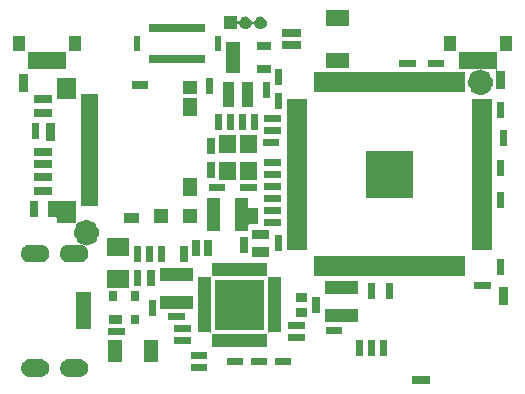
<source format=gts>
G04 #@! TF.GenerationSoftware,KiCad,Pcbnew,5.1.5+dfsg1-2build2*
G04 #@! TF.CreationDate,2021-07-27T21:48:52+02:00*
G04 #@! TF.ProjectId,FunKey,46756e4b-6579-42e6-9b69-6361645f7063,F*
G04 #@! TF.SameCoordinates,Original*
G04 #@! TF.FileFunction,Soldermask,Top*
G04 #@! TF.FilePolarity,Negative*
%FSLAX46Y46*%
G04 Gerber Fmt 4.6, Leading zero omitted, Abs format (unit mm)*
G04 Created by KiCad (PCBNEW 5.1.5+dfsg1-2build2) date 2021-07-27 21:48:52*
%MOMM*%
%LPD*%
G04 APERTURE LIST*
%ADD10C,1.100000*%
%ADD11C,0.127000*%
G04 APERTURE END LIST*
D10*
X116196200Y-50393600D02*
G75*
G03X116196200Y-50393600I-550000J0D01*
G01*
X82846000Y-63119000D02*
G75*
G03X82846000Y-63119000I-550000J0D01*
G01*
D11*
G36*
X109950000Y-56166000D02*
G01*
X105950000Y-56166000D01*
X105950000Y-60166000D01*
X109950000Y-60166000D01*
X109950000Y-56166000D01*
G37*
G36*
X93150000Y-67115000D02*
G01*
X93150000Y-71315000D01*
X97350000Y-71315000D01*
X97350000Y-67115000D01*
X93150000Y-67115000D01*
G37*
G36*
X80800000Y-64173000D02*
G01*
X81700000Y-64173000D01*
X81881173Y-64196852D01*
X82050000Y-64266782D01*
X82194975Y-64378025D01*
X82306218Y-64523000D01*
X82400000Y-64873000D01*
X82376148Y-65054173D01*
X82306218Y-65223000D01*
X82194975Y-65367975D01*
X82050000Y-65479218D01*
X81881173Y-65549148D01*
X81700000Y-65573000D01*
X80800000Y-65573000D01*
X80618827Y-65549148D01*
X80450000Y-65479218D01*
X80305025Y-65367975D01*
X80193782Y-65223000D01*
X80123852Y-65054173D01*
X80100000Y-64873000D01*
X80123852Y-64691827D01*
X80193782Y-64523000D01*
X80305025Y-64378025D01*
X80450000Y-64266782D01*
X80800000Y-64173000D01*
G37*
G36*
X80800000Y-73873000D02*
G01*
X81700000Y-73873000D01*
X81881173Y-73896852D01*
X82050000Y-73966782D01*
X82194975Y-74078025D01*
X82306218Y-74223000D01*
X82400000Y-74573000D01*
X82376148Y-74754173D01*
X82306218Y-74923000D01*
X82194975Y-75067975D01*
X82050000Y-75179218D01*
X81881173Y-75249148D01*
X81700000Y-75273000D01*
X80800000Y-75273000D01*
X80618827Y-75249148D01*
X80450000Y-75179218D01*
X80305025Y-75067975D01*
X80193782Y-74923000D01*
X80123852Y-74754173D01*
X80100000Y-74573000D01*
X80123852Y-74391827D01*
X80193782Y-74223000D01*
X80305025Y-74078025D01*
X80450000Y-73966782D01*
X80800000Y-73873000D01*
G37*
G36*
X77500000Y-64173000D02*
G01*
X78400000Y-64173000D01*
X78399999Y-64173000D01*
X78581172Y-64196852D01*
X78749999Y-64266782D01*
X78894974Y-64378025D01*
X79006217Y-64523000D01*
X79100000Y-64873000D01*
X79100000Y-64872999D01*
X79076148Y-65054173D01*
X79006218Y-65223000D01*
X78894975Y-65367975D01*
X78750000Y-65479218D01*
X78581174Y-65549149D01*
X78400000Y-65573000D01*
X77500000Y-65573000D01*
X77318827Y-65549148D01*
X77150000Y-65479218D01*
X77005025Y-65367975D01*
X76893782Y-65223000D01*
X76823852Y-65054173D01*
X76800000Y-64873000D01*
X76823852Y-64691827D01*
X76893782Y-64523000D01*
X77005025Y-64378025D01*
X77150000Y-64266782D01*
X77500000Y-64173000D01*
G37*
G36*
X77500000Y-73873000D02*
G01*
X78400000Y-73873000D01*
X78399999Y-73873000D01*
X78581172Y-73896852D01*
X78749999Y-73966782D01*
X78894974Y-74078025D01*
X79006217Y-74223000D01*
X79100000Y-74573000D01*
X79100000Y-74572999D01*
X79076148Y-74754173D01*
X79006218Y-74923000D01*
X78894975Y-75067975D01*
X78750000Y-75179218D01*
X78581174Y-75249149D01*
X78400000Y-75273000D01*
X77500000Y-75273000D01*
X77318827Y-75249148D01*
X77150000Y-75179218D01*
X77005025Y-75067975D01*
X76893782Y-74923000D01*
X76823852Y-74754173D01*
X76800000Y-74573000D01*
X76823852Y-74391827D01*
X76893782Y-74223000D01*
X77005025Y-74078025D01*
X77150000Y-73966782D01*
X77500000Y-73873000D01*
G37*
G36*
X111367800Y-75915800D02*
G01*
X109866200Y-75915800D01*
X109866200Y-75214200D01*
X111367800Y-75214200D01*
X111367800Y-75915800D01*
G37*
G36*
X81792029Y-73827632D02*
G01*
X81847182Y-73833064D01*
X81988709Y-73875996D01*
X81988711Y-73875997D01*
X82119139Y-73945712D01*
X82119141Y-73945713D01*
X82119140Y-73945713D01*
X82233464Y-74039536D01*
X82327287Y-74153860D01*
X82397004Y-74284291D01*
X82439936Y-74425818D01*
X82439936Y-74425819D01*
X82454432Y-74573000D01*
X82439936Y-74720181D01*
X82397003Y-74861711D01*
X82327288Y-74992139D01*
X82233464Y-75106464D01*
X82119139Y-75200288D01*
X82093111Y-75214200D01*
X81988709Y-75270004D01*
X81847182Y-75312936D01*
X81736878Y-75323800D01*
X80763122Y-75323800D01*
X80652818Y-75312936D01*
X80511291Y-75270004D01*
X80406889Y-75214200D01*
X80380861Y-75200288D01*
X80266536Y-75106464D01*
X80172712Y-74992139D01*
X80102997Y-74861711D01*
X80060064Y-74720181D01*
X80045568Y-74573000D01*
X80060064Y-74425819D01*
X80060064Y-74425818D01*
X80102996Y-74284291D01*
X80172713Y-74153860D01*
X80266536Y-74039536D01*
X80380860Y-73945713D01*
X80380859Y-73945713D01*
X80380861Y-73945712D01*
X80511289Y-73875997D01*
X80511291Y-73875996D01*
X80652818Y-73833064D01*
X80707971Y-73827632D01*
X80763122Y-73822200D01*
X81736878Y-73822200D01*
X81792029Y-73827632D01*
G37*
G36*
X78492029Y-73827632D02*
G01*
X78547182Y-73833064D01*
X78688709Y-73875996D01*
X78688711Y-73875997D01*
X78819139Y-73945712D01*
X78819141Y-73945713D01*
X78819140Y-73945713D01*
X78933464Y-74039536D01*
X79027287Y-74153860D01*
X79097004Y-74284291D01*
X79139936Y-74425818D01*
X79139936Y-74425819D01*
X79154432Y-74573000D01*
X79139936Y-74720181D01*
X79097003Y-74861711D01*
X79027288Y-74992139D01*
X78933464Y-75106464D01*
X78819139Y-75200288D01*
X78793111Y-75214200D01*
X78688709Y-75270004D01*
X78547182Y-75312936D01*
X78436878Y-75323800D01*
X77463122Y-75323800D01*
X77352818Y-75312936D01*
X77211291Y-75270004D01*
X77106889Y-75214200D01*
X77080861Y-75200288D01*
X76966536Y-75106464D01*
X76872712Y-74992139D01*
X76802997Y-74861711D01*
X76760064Y-74720181D01*
X76745568Y-74573000D01*
X76760064Y-74425819D01*
X76760064Y-74425818D01*
X76802996Y-74284291D01*
X76872713Y-74153860D01*
X76966536Y-74039536D01*
X77080860Y-73945713D01*
X77080859Y-73945713D01*
X77080861Y-73945712D01*
X77211289Y-73875997D01*
X77211291Y-73875996D01*
X77352818Y-73833064D01*
X77407971Y-73827632D01*
X77463122Y-73822200D01*
X78436878Y-73822200D01*
X78492029Y-73827632D01*
G37*
G36*
X92506800Y-74853800D02*
G01*
X91135200Y-74853800D01*
X91135200Y-74244200D01*
X92506800Y-74244200D01*
X92506800Y-74853800D01*
G37*
G36*
X99618800Y-74345800D02*
G01*
X98247200Y-74345800D01*
X98247200Y-73736200D01*
X99618800Y-73736200D01*
X99618800Y-74345800D01*
G37*
G36*
X97586800Y-74345800D02*
G01*
X96215200Y-74345800D01*
X96215200Y-73736200D01*
X97586800Y-73736200D01*
X97586800Y-74345800D01*
G37*
G36*
X95554800Y-74345800D02*
G01*
X94183200Y-74345800D01*
X94183200Y-73736200D01*
X95554800Y-73736200D01*
X95554800Y-74345800D01*
G37*
G36*
X88379300Y-74091800D02*
G01*
X87134700Y-74091800D01*
X87134700Y-72212200D01*
X88379300Y-72212200D01*
X88379300Y-74091800D01*
G37*
G36*
X85331300Y-74091800D02*
G01*
X84086700Y-74091800D01*
X84086700Y-72212200D01*
X85331300Y-72212200D01*
X85331300Y-74091800D01*
G37*
G36*
X92506800Y-73837800D02*
G01*
X91135200Y-73837800D01*
X91135200Y-73228200D01*
X92506800Y-73228200D01*
X92506800Y-73837800D01*
G37*
G36*
X105714800Y-73583800D02*
G01*
X105105200Y-73583800D01*
X105105200Y-72212200D01*
X105714800Y-72212200D01*
X105714800Y-73583800D01*
G37*
G36*
X107746800Y-73583800D02*
G01*
X107137200Y-73583800D01*
X107137200Y-72212200D01*
X107746800Y-72212200D01*
X107746800Y-73583800D01*
G37*
G36*
X106730800Y-73583800D02*
G01*
X106121200Y-73583800D01*
X106121200Y-72212200D01*
X106730800Y-72212200D01*
X106730800Y-73583800D01*
G37*
G36*
X97603202Y-71666413D02*
G01*
X97600800Y-71690799D01*
X97600800Y-72765800D01*
X92899200Y-72765800D01*
X92899200Y-71690799D01*
X92896798Y-71666413D01*
X92894789Y-71659789D01*
X92901413Y-71661798D01*
X92925799Y-71664200D01*
X97574201Y-71664200D01*
X97598587Y-71661798D01*
X97605211Y-71659789D01*
X97603202Y-71666413D01*
G37*
G36*
X91109800Y-72567800D02*
G01*
X89738200Y-72567800D01*
X89738200Y-71958200D01*
X91109800Y-71958200D01*
X91109800Y-72567800D01*
G37*
G36*
X100761800Y-72313800D02*
G01*
X99390200Y-72313800D01*
X99390200Y-71704200D01*
X100761800Y-71704200D01*
X100761800Y-72313800D01*
G37*
G36*
X85521800Y-71805800D02*
G01*
X84150200Y-71805800D01*
X84150200Y-71196200D01*
X85521800Y-71196200D01*
X85521800Y-71805800D01*
G37*
G36*
X103936800Y-71678800D02*
G01*
X102565200Y-71678800D01*
X102565200Y-71069200D01*
X103936800Y-71069200D01*
X103936800Y-71678800D01*
G37*
G36*
X92803202Y-66866413D02*
G01*
X92800800Y-66890799D01*
X92800800Y-71539201D01*
X92803202Y-71563587D01*
X92805211Y-71570211D01*
X92798587Y-71568202D01*
X92774201Y-71565800D01*
X91699200Y-71565800D01*
X91699200Y-66864200D01*
X92774201Y-66864200D01*
X92798587Y-66861798D01*
X92805211Y-66859789D01*
X92803202Y-66866413D01*
G37*
G36*
X97701413Y-66861798D02*
G01*
X97725799Y-66864200D01*
X98800800Y-66864200D01*
X98800800Y-71565800D01*
X97725799Y-71565800D01*
X97701413Y-71568202D01*
X97694789Y-71570211D01*
X97696798Y-71563587D01*
X97699200Y-71539201D01*
X97699200Y-66890799D01*
X97696798Y-66866413D01*
X97694789Y-66859789D01*
X97701413Y-66861798D01*
G37*
G36*
X91109800Y-71551800D02*
G01*
X89738200Y-71551800D01*
X89738200Y-70942200D01*
X91109800Y-70942200D01*
X91109800Y-71551800D01*
G37*
G36*
X100761800Y-71297800D02*
G01*
X99390200Y-71297800D01*
X99390200Y-70688200D01*
X100761800Y-70688200D01*
X100761800Y-71297800D01*
G37*
G36*
X82660800Y-71273800D02*
G01*
X81409200Y-71273800D01*
X81409200Y-68172200D01*
X82660800Y-68172200D01*
X82660800Y-71273800D01*
G37*
G36*
X86771800Y-70869800D02*
G01*
X86070200Y-70869800D01*
X86070200Y-70068200D01*
X86771800Y-70068200D01*
X86771800Y-70869800D01*
G37*
G36*
X85271800Y-70869800D02*
G01*
X84170200Y-70869800D01*
X84170200Y-70068200D01*
X85271800Y-70068200D01*
X85271800Y-70869800D01*
G37*
G36*
X94153725Y-70073065D02*
G01*
X94218440Y-70099871D01*
X94276682Y-70138787D01*
X94326213Y-70188318D01*
X94365129Y-70246560D01*
X94391935Y-70311275D01*
X94405600Y-70379976D01*
X94405600Y-70450024D01*
X94391935Y-70518725D01*
X94365129Y-70583440D01*
X94326213Y-70641682D01*
X94276682Y-70691213D01*
X94218440Y-70730129D01*
X94153725Y-70756935D01*
X94085024Y-70770600D01*
X94014976Y-70770600D01*
X93946275Y-70756935D01*
X93881560Y-70730129D01*
X93823318Y-70691213D01*
X93773787Y-70641682D01*
X93734871Y-70583440D01*
X93708065Y-70518725D01*
X93694400Y-70450024D01*
X93694400Y-70379976D01*
X93708065Y-70311275D01*
X93734871Y-70246560D01*
X93773787Y-70188318D01*
X93823318Y-70138787D01*
X93881560Y-70099871D01*
X93946275Y-70073065D01*
X94014976Y-70059400D01*
X94085024Y-70059400D01*
X94153725Y-70073065D01*
G37*
G36*
X95353725Y-70073065D02*
G01*
X95418440Y-70099871D01*
X95476682Y-70138787D01*
X95526213Y-70188318D01*
X95565129Y-70246560D01*
X95591935Y-70311275D01*
X95605600Y-70379976D01*
X95605600Y-70450024D01*
X95591935Y-70518725D01*
X95565129Y-70583440D01*
X95526213Y-70641682D01*
X95476682Y-70691213D01*
X95418440Y-70730129D01*
X95353725Y-70756935D01*
X95285024Y-70770600D01*
X95214976Y-70770600D01*
X95146275Y-70756935D01*
X95081560Y-70730129D01*
X95023318Y-70691213D01*
X94973787Y-70641682D01*
X94934871Y-70583440D01*
X94908065Y-70518725D01*
X94894400Y-70450024D01*
X94894400Y-70379976D01*
X94908065Y-70311275D01*
X94934871Y-70246560D01*
X94973787Y-70188318D01*
X95023318Y-70138787D01*
X95081560Y-70099871D01*
X95146275Y-70073065D01*
X95214976Y-70059400D01*
X95285024Y-70059400D01*
X95353725Y-70073065D01*
G37*
G36*
X96553725Y-70073065D02*
G01*
X96618440Y-70099871D01*
X96676682Y-70138787D01*
X96726213Y-70188318D01*
X96765129Y-70246560D01*
X96791935Y-70311275D01*
X96805600Y-70379976D01*
X96805600Y-70450024D01*
X96791935Y-70518725D01*
X96765129Y-70583440D01*
X96726213Y-70641682D01*
X96676682Y-70691213D01*
X96618440Y-70730129D01*
X96553725Y-70756935D01*
X96485024Y-70770600D01*
X96414976Y-70770600D01*
X96346275Y-70756935D01*
X96281560Y-70730129D01*
X96223318Y-70691213D01*
X96173787Y-70641682D01*
X96134871Y-70583440D01*
X96108065Y-70518725D01*
X96094400Y-70450024D01*
X96094400Y-70379976D01*
X96108065Y-70311275D01*
X96134871Y-70246560D01*
X96173787Y-70188318D01*
X96223318Y-70138787D01*
X96281560Y-70099871D01*
X96346275Y-70073065D01*
X96414976Y-70059400D01*
X96485024Y-70059400D01*
X96553725Y-70073065D01*
G37*
G36*
X105286800Y-70711800D02*
G01*
X102485200Y-70711800D01*
X102485200Y-69610200D01*
X105286800Y-69610200D01*
X105286800Y-70711800D01*
G37*
G36*
X90601800Y-70535800D02*
G01*
X89230200Y-70535800D01*
X89230200Y-69926200D01*
X90601800Y-69926200D01*
X90601800Y-70535800D01*
G37*
G36*
X101003100Y-70218300D02*
G01*
X100012500Y-70218300D01*
X100012500Y-69481700D01*
X101003100Y-69481700D01*
X101003100Y-70218300D01*
G37*
G36*
X88188800Y-70154800D02*
G01*
X87579200Y-70154800D01*
X87579200Y-68783200D01*
X88188800Y-68783200D01*
X88188800Y-70154800D01*
G37*
G36*
X102031800Y-69900800D02*
G01*
X101422200Y-69900800D01*
X101422200Y-68529200D01*
X102031800Y-68529200D01*
X102031800Y-69900800D01*
G37*
G36*
X96553725Y-68873065D02*
G01*
X96618440Y-68899871D01*
X96676682Y-68938787D01*
X96726213Y-68988318D01*
X96765129Y-69046560D01*
X96791935Y-69111275D01*
X96805600Y-69179976D01*
X96805600Y-69250024D01*
X96791935Y-69318725D01*
X96765129Y-69383440D01*
X96726213Y-69441682D01*
X96676682Y-69491213D01*
X96618440Y-69530129D01*
X96553725Y-69556935D01*
X96485024Y-69570600D01*
X96414976Y-69570600D01*
X96346275Y-69556935D01*
X96281560Y-69530129D01*
X96223318Y-69491213D01*
X96173787Y-69441682D01*
X96134871Y-69383440D01*
X96108065Y-69318725D01*
X96094400Y-69250024D01*
X96094400Y-69179976D01*
X96108065Y-69111275D01*
X96134871Y-69046560D01*
X96173787Y-68988318D01*
X96223318Y-68938787D01*
X96281560Y-68899871D01*
X96346275Y-68873065D01*
X96414976Y-68859400D01*
X96485024Y-68859400D01*
X96553725Y-68873065D01*
G37*
G36*
X94153725Y-68873065D02*
G01*
X94218440Y-68899871D01*
X94276682Y-68938787D01*
X94326213Y-68988318D01*
X94365129Y-69046560D01*
X94391935Y-69111275D01*
X94405600Y-69179976D01*
X94405600Y-69250024D01*
X94391935Y-69318725D01*
X94365129Y-69383440D01*
X94326213Y-69441682D01*
X94276682Y-69491213D01*
X94218440Y-69530129D01*
X94153725Y-69556935D01*
X94085024Y-69570600D01*
X94014976Y-69570600D01*
X93946275Y-69556935D01*
X93881560Y-69530129D01*
X93823318Y-69491213D01*
X93773787Y-69441682D01*
X93734871Y-69383440D01*
X93708065Y-69318725D01*
X93694400Y-69250024D01*
X93694400Y-69179976D01*
X93708065Y-69111275D01*
X93734871Y-69046560D01*
X93773787Y-68988318D01*
X93823318Y-68938787D01*
X93881560Y-68899871D01*
X93946275Y-68873065D01*
X94014976Y-68859400D01*
X94085024Y-68859400D01*
X94153725Y-68873065D01*
G37*
G36*
X95353725Y-68873065D02*
G01*
X95418440Y-68899871D01*
X95476682Y-68938787D01*
X95526213Y-68988318D01*
X95565129Y-69046560D01*
X95591935Y-69111275D01*
X95605600Y-69179976D01*
X95605600Y-69250024D01*
X95591935Y-69318725D01*
X95565129Y-69383440D01*
X95526213Y-69441682D01*
X95476682Y-69491213D01*
X95418440Y-69530129D01*
X95353725Y-69556935D01*
X95285024Y-69570600D01*
X95214976Y-69570600D01*
X95146275Y-69556935D01*
X95081560Y-69530129D01*
X95023318Y-69491213D01*
X94973787Y-69441682D01*
X94934871Y-69383440D01*
X94908065Y-69318725D01*
X94894400Y-69250024D01*
X94894400Y-69179976D01*
X94908065Y-69111275D01*
X94934871Y-69046560D01*
X94973787Y-68988318D01*
X95023318Y-68938787D01*
X95081560Y-68899871D01*
X95146275Y-68873065D01*
X95214976Y-68859400D01*
X95285024Y-68859400D01*
X95353725Y-68873065D01*
G37*
G36*
X91316800Y-69568800D02*
G01*
X88515200Y-69568800D01*
X88515200Y-68467200D01*
X91316800Y-68467200D01*
X91316800Y-69568800D01*
G37*
G36*
X117952800Y-69203800D02*
G01*
X117251200Y-69203800D01*
X117251200Y-67702200D01*
X117952800Y-67702200D01*
X117952800Y-69203800D01*
G37*
G36*
X101003100Y-68948300D02*
G01*
X100012500Y-68948300D01*
X100012500Y-68211700D01*
X101003100Y-68211700D01*
X101003100Y-68948300D01*
G37*
G36*
X86771800Y-68869800D02*
G01*
X86070200Y-68869800D01*
X86070200Y-68068200D01*
X86771800Y-68068200D01*
X86771800Y-68869800D01*
G37*
G36*
X84871800Y-68869800D02*
G01*
X84170200Y-68869800D01*
X84170200Y-68068200D01*
X84871800Y-68068200D01*
X84871800Y-68869800D01*
G37*
G36*
X106730800Y-68757800D02*
G01*
X106121200Y-68757800D01*
X106121200Y-67386200D01*
X106730800Y-67386200D01*
X106730800Y-68757800D01*
G37*
G36*
X108254800Y-68757800D02*
G01*
X107645200Y-68757800D01*
X107645200Y-67386200D01*
X108254800Y-67386200D01*
X108254800Y-68757800D01*
G37*
G36*
X96553725Y-67673065D02*
G01*
X96618440Y-67699871D01*
X96676682Y-67738787D01*
X96726213Y-67788318D01*
X96765129Y-67846560D01*
X96791935Y-67911275D01*
X96805600Y-67979976D01*
X96805600Y-68050024D01*
X96791935Y-68118725D01*
X96765129Y-68183440D01*
X96726213Y-68241682D01*
X96676682Y-68291213D01*
X96618440Y-68330129D01*
X96553725Y-68356935D01*
X96485024Y-68370600D01*
X96414976Y-68370600D01*
X96346275Y-68356935D01*
X96281560Y-68330129D01*
X96223318Y-68291213D01*
X96173787Y-68241682D01*
X96134871Y-68183440D01*
X96108065Y-68118725D01*
X96094400Y-68050024D01*
X96094400Y-67979976D01*
X96108065Y-67911275D01*
X96134871Y-67846560D01*
X96173787Y-67788318D01*
X96223318Y-67738787D01*
X96281560Y-67699871D01*
X96346275Y-67673065D01*
X96414976Y-67659400D01*
X96485024Y-67659400D01*
X96553725Y-67673065D01*
G37*
G36*
X94153725Y-67673065D02*
G01*
X94218440Y-67699871D01*
X94276682Y-67738787D01*
X94326213Y-67788318D01*
X94365129Y-67846560D01*
X94391935Y-67911275D01*
X94405600Y-67979976D01*
X94405600Y-68050024D01*
X94391935Y-68118725D01*
X94365129Y-68183440D01*
X94326213Y-68241682D01*
X94276682Y-68291213D01*
X94218440Y-68330129D01*
X94153725Y-68356935D01*
X94085024Y-68370600D01*
X94014976Y-68370600D01*
X93946275Y-68356935D01*
X93881560Y-68330129D01*
X93823318Y-68291213D01*
X93773787Y-68241682D01*
X93734871Y-68183440D01*
X93708065Y-68118725D01*
X93694400Y-68050024D01*
X93694400Y-67979976D01*
X93708065Y-67911275D01*
X93734871Y-67846560D01*
X93773787Y-67788318D01*
X93823318Y-67738787D01*
X93881560Y-67699871D01*
X93946275Y-67673065D01*
X94014976Y-67659400D01*
X94085024Y-67659400D01*
X94153725Y-67673065D01*
G37*
G36*
X95353725Y-67673065D02*
G01*
X95418440Y-67699871D01*
X95476682Y-67738787D01*
X95526213Y-67788318D01*
X95565129Y-67846560D01*
X95591935Y-67911275D01*
X95605600Y-67979976D01*
X95605600Y-68050024D01*
X95591935Y-68118725D01*
X95565129Y-68183440D01*
X95526213Y-68241682D01*
X95476682Y-68291213D01*
X95418440Y-68330129D01*
X95353725Y-68356935D01*
X95285024Y-68370600D01*
X95214976Y-68370600D01*
X95146275Y-68356935D01*
X95081560Y-68330129D01*
X95023318Y-68291213D01*
X94973787Y-68241682D01*
X94934871Y-68183440D01*
X94908065Y-68118725D01*
X94894400Y-68050024D01*
X94894400Y-67979976D01*
X94908065Y-67911275D01*
X94934871Y-67846560D01*
X94973787Y-67788318D01*
X95023318Y-67738787D01*
X95081560Y-67699871D01*
X95146275Y-67673065D01*
X95214976Y-67659400D01*
X95285024Y-67659400D01*
X95353725Y-67673065D01*
G37*
G36*
X105286800Y-68311800D02*
G01*
X102485200Y-68311800D01*
X102485200Y-67210200D01*
X105286800Y-67210200D01*
X105286800Y-68311800D01*
G37*
G36*
X116509800Y-67868800D02*
G01*
X115138200Y-67868800D01*
X115138200Y-67259200D01*
X116509800Y-67259200D01*
X116509800Y-67868800D01*
G37*
G36*
X85913800Y-67759800D02*
G01*
X84012200Y-67759800D01*
X84012200Y-66258200D01*
X85913800Y-66258200D01*
X85913800Y-67759800D01*
G37*
G36*
X86918800Y-67614800D02*
G01*
X86309200Y-67614800D01*
X86309200Y-66243200D01*
X86918800Y-66243200D01*
X86918800Y-67614800D01*
G37*
G36*
X88061800Y-67614800D02*
G01*
X87452200Y-67614800D01*
X87452200Y-66243200D01*
X88061800Y-66243200D01*
X88061800Y-67614800D01*
G37*
G36*
X91316800Y-67168800D02*
G01*
X88515200Y-67168800D01*
X88515200Y-66067200D01*
X91316800Y-66067200D01*
X91316800Y-67168800D01*
G37*
G36*
X114324550Y-66816800D02*
G01*
X101575450Y-66816800D01*
X101575450Y-65115200D01*
X114324550Y-65115200D01*
X114324550Y-66816800D01*
G37*
G36*
X97600800Y-66739201D02*
G01*
X97603202Y-66763587D01*
X97605211Y-66770211D01*
X97598587Y-66768202D01*
X97574201Y-66765800D01*
X92925799Y-66765800D01*
X92901413Y-66768202D01*
X92894789Y-66770211D01*
X92896798Y-66763587D01*
X92899200Y-66739201D01*
X92899200Y-65664200D01*
X97600800Y-65664200D01*
X97600800Y-66739201D01*
G37*
G36*
X117652800Y-66725800D02*
G01*
X117043200Y-66725800D01*
X117043200Y-65354200D01*
X117652800Y-65354200D01*
X117652800Y-66725800D01*
G37*
G36*
X78547182Y-64133064D02*
G01*
X78688709Y-64175996D01*
X78688711Y-64175997D01*
X78819139Y-64245712D01*
X78933464Y-64339536D01*
X79027288Y-64453861D01*
X79073624Y-64540550D01*
X79097004Y-64584291D01*
X79139936Y-64725818D01*
X79154432Y-64873000D01*
X79139936Y-65020182D01*
X79123368Y-65074800D01*
X79097003Y-65161711D01*
X79027288Y-65292139D01*
X78933464Y-65406464D01*
X78819139Y-65500288D01*
X78688711Y-65570003D01*
X78688709Y-65570004D01*
X78547182Y-65612936D01*
X78492029Y-65618368D01*
X78436878Y-65623800D01*
X77463122Y-65623800D01*
X77407971Y-65618368D01*
X77352818Y-65612936D01*
X77211291Y-65570004D01*
X77211289Y-65570003D01*
X77080861Y-65500288D01*
X76966536Y-65406464D01*
X76872712Y-65292139D01*
X76802997Y-65161711D01*
X76776633Y-65074800D01*
X76760064Y-65020182D01*
X76745568Y-64873000D01*
X76760064Y-64725818D01*
X76802996Y-64584291D01*
X76826376Y-64540550D01*
X76872712Y-64453861D01*
X76966536Y-64339536D01*
X77080861Y-64245712D01*
X77211289Y-64175997D01*
X77211291Y-64175996D01*
X77352818Y-64133064D01*
X77463122Y-64122200D01*
X78436878Y-64122200D01*
X78547182Y-64133064D01*
G37*
G36*
X81847182Y-64133064D02*
G01*
X81988709Y-64175996D01*
X81988711Y-64175997D01*
X82119139Y-64245712D01*
X82233464Y-64339536D01*
X82327288Y-64453861D01*
X82373624Y-64540550D01*
X82397004Y-64584291D01*
X82439936Y-64725818D01*
X82454432Y-64873000D01*
X82439936Y-65020182D01*
X82423368Y-65074800D01*
X82397003Y-65161711D01*
X82327288Y-65292139D01*
X82233464Y-65406464D01*
X82119139Y-65500288D01*
X81988711Y-65570003D01*
X81988709Y-65570004D01*
X81847182Y-65612936D01*
X81792029Y-65618368D01*
X81736878Y-65623800D01*
X80763122Y-65623800D01*
X80707971Y-65618368D01*
X80652818Y-65612936D01*
X80511291Y-65570004D01*
X80511289Y-65570003D01*
X80380861Y-65500288D01*
X80266536Y-65406464D01*
X80172712Y-65292139D01*
X80102997Y-65161711D01*
X80076633Y-65074800D01*
X80060064Y-65020182D01*
X80045568Y-64873000D01*
X80060064Y-64725818D01*
X80102996Y-64584291D01*
X80126376Y-64540550D01*
X80172712Y-64453861D01*
X80266536Y-64339536D01*
X80380861Y-64245712D01*
X80511289Y-64175997D01*
X80511291Y-64175996D01*
X80652818Y-64133064D01*
X80763122Y-64122200D01*
X81736878Y-64122200D01*
X81847182Y-64133064D01*
G37*
G36*
X86918800Y-65582800D02*
G01*
X86309200Y-65582800D01*
X86309200Y-64211200D01*
X86918800Y-64211200D01*
X86918800Y-65582800D01*
G37*
G36*
X88950800Y-65582800D02*
G01*
X88341200Y-65582800D01*
X88341200Y-64211200D01*
X88950800Y-64211200D01*
X88950800Y-65582800D01*
G37*
G36*
X87934800Y-65582800D02*
G01*
X87325200Y-65582800D01*
X87325200Y-64211200D01*
X87934800Y-64211200D01*
X87934800Y-65582800D01*
G37*
G36*
X90855800Y-65582800D02*
G01*
X90246200Y-65582800D01*
X90246200Y-64211200D01*
X90855800Y-64211200D01*
X90855800Y-65582800D01*
G37*
G36*
X97778800Y-65158800D02*
G01*
X96277200Y-65158800D01*
X96277200Y-64357200D01*
X97778800Y-64357200D01*
X97778800Y-65158800D01*
G37*
G36*
X92887800Y-65074800D02*
G01*
X92278200Y-65074800D01*
X92278200Y-63703200D01*
X92887800Y-63703200D01*
X92887800Y-65074800D01*
G37*
G36*
X91871800Y-65074800D02*
G01*
X91262200Y-65074800D01*
X91262200Y-63703200D01*
X91871800Y-63703200D01*
X91871800Y-65074800D01*
G37*
G36*
X85913800Y-65059800D02*
G01*
X84012200Y-65059800D01*
X84012200Y-63558200D01*
X85913800Y-63558200D01*
X85913800Y-65059800D01*
G37*
G36*
X95935800Y-64820800D02*
G01*
X95326200Y-64820800D01*
X95326200Y-63449200D01*
X95935800Y-63449200D01*
X95935800Y-64820800D01*
G37*
G36*
X98856800Y-64693800D02*
G01*
X98247200Y-64693800D01*
X98247200Y-63322200D01*
X98856800Y-63322200D01*
X98856800Y-64693800D01*
G37*
G36*
X116600800Y-64540550D02*
G01*
X114899200Y-64540550D01*
X114899200Y-51791450D01*
X116600800Y-51791450D01*
X116600800Y-64540550D01*
G37*
G36*
X101000800Y-64540550D02*
G01*
X99299200Y-64540550D01*
X99299200Y-51791450D01*
X101000800Y-51791450D01*
X101000800Y-64540550D01*
G37*
G36*
X82405016Y-62570937D02*
G01*
X82458996Y-62581674D01*
X82482597Y-62591450D01*
X82560692Y-62623798D01*
X82652212Y-62684949D01*
X82730051Y-62762788D01*
X82791202Y-62854308D01*
X82791202Y-62854309D01*
X82833326Y-62956004D01*
X82841242Y-62995800D01*
X82854800Y-63063962D01*
X82854800Y-63174038D01*
X82833326Y-63281995D01*
X82791202Y-63383692D01*
X82730051Y-63475212D01*
X82652212Y-63553051D01*
X82560692Y-63614202D01*
X82458996Y-63656326D01*
X82405016Y-63667063D01*
X82351038Y-63677800D01*
X82240962Y-63677800D01*
X82186984Y-63667063D01*
X82133004Y-63656326D01*
X82031308Y-63614202D01*
X81939788Y-63553051D01*
X81861949Y-63475212D01*
X81800798Y-63383692D01*
X81758674Y-63281995D01*
X81737200Y-63174038D01*
X81737200Y-63063962D01*
X81750758Y-62995800D01*
X81758674Y-62956004D01*
X81800798Y-62854309D01*
X81800798Y-62854308D01*
X81861949Y-62762788D01*
X81939788Y-62684949D01*
X82031308Y-62623798D01*
X82109403Y-62591450D01*
X82133004Y-62581674D01*
X82186984Y-62570937D01*
X82240962Y-62560200D01*
X82351038Y-62560200D01*
X82405016Y-62570937D01*
G37*
G36*
X97778800Y-63658800D02*
G01*
X96277200Y-63658800D01*
X96277200Y-62857200D01*
X97778800Y-62857200D01*
X97778800Y-63658800D01*
G37*
G36*
X95984800Y-60911201D02*
G01*
X95987202Y-60935587D01*
X95994315Y-60959036D01*
X96005866Y-60980647D01*
X96021411Y-60999589D01*
X96040353Y-61015134D01*
X96061964Y-61026685D01*
X96085413Y-61033798D01*
X96109799Y-61036200D01*
X96824800Y-61036200D01*
X96824800Y-62407800D01*
X96109799Y-62407800D01*
X96085413Y-62410202D01*
X96061964Y-62417315D01*
X96040353Y-62428866D01*
X96021411Y-62444411D01*
X96005866Y-62463353D01*
X95994315Y-62484964D01*
X95987202Y-62508413D01*
X95984800Y-62532799D01*
X95984800Y-62995800D01*
X94883200Y-62995800D01*
X94883200Y-60194200D01*
X95984800Y-60194200D01*
X95984800Y-60911201D01*
G37*
G36*
X93584800Y-62995800D02*
G01*
X92483200Y-62995800D01*
X92483200Y-60194200D01*
X93584800Y-60194200D01*
X93584800Y-62995800D01*
G37*
G36*
X98729800Y-62534800D02*
G01*
X97358200Y-62534800D01*
X97358200Y-61925200D01*
X98729800Y-61925200D01*
X98729800Y-62534800D01*
G37*
G36*
X79780413Y-60407798D02*
G01*
X79804799Y-60410200D01*
X81379400Y-60410200D01*
X81379400Y-62286800D01*
X79777800Y-62286800D01*
X79777800Y-61897799D01*
X79775398Y-61873413D01*
X79768285Y-61849964D01*
X79756734Y-61828353D01*
X79741189Y-61809411D01*
X79722247Y-61793866D01*
X79700636Y-61782315D01*
X79677187Y-61775202D01*
X79652801Y-61772800D01*
X79070200Y-61772800D01*
X79070200Y-60401200D01*
X79758662Y-60401200D01*
X79780413Y-60407798D01*
G37*
G36*
X86779400Y-62286800D02*
G01*
X85477800Y-62286800D01*
X85477800Y-61460200D01*
X86779400Y-61460200D01*
X86779400Y-62286800D01*
G37*
G36*
X89229400Y-62286800D02*
G01*
X87977800Y-62286800D01*
X87977800Y-61130200D01*
X89229400Y-61130200D01*
X89229400Y-62286800D01*
G37*
G36*
X91629400Y-62286800D02*
G01*
X90477800Y-62286800D01*
X90477800Y-61110200D01*
X91629400Y-61110200D01*
X91629400Y-62286800D01*
G37*
G36*
X78155800Y-61772800D02*
G01*
X77546200Y-61772800D01*
X77546200Y-60401200D01*
X78155800Y-60401200D01*
X78155800Y-61772800D01*
G37*
G36*
X98729800Y-61518800D02*
G01*
X97358200Y-61518800D01*
X97358200Y-60909200D01*
X98729800Y-60909200D01*
X98729800Y-61518800D01*
G37*
G36*
X117652800Y-61010800D02*
G01*
X117043200Y-61010800D01*
X117043200Y-59639200D01*
X117652800Y-59639200D01*
X117652800Y-61010800D01*
G37*
G36*
X83279400Y-60836800D02*
G01*
X81827800Y-60836800D01*
X81827800Y-51335200D01*
X83279400Y-51335200D01*
X83279400Y-60836800D01*
G37*
G36*
X98729800Y-60502800D02*
G01*
X97358200Y-60502800D01*
X97358200Y-59893200D01*
X98729800Y-59893200D01*
X98729800Y-60502800D01*
G37*
G36*
X91629400Y-60011800D02*
G01*
X90477800Y-60011800D01*
X90477800Y-58510200D01*
X91629400Y-58510200D01*
X91629400Y-60011800D01*
G37*
G36*
X79363800Y-59913800D02*
G01*
X77862200Y-59913800D01*
X77862200Y-59212200D01*
X79363800Y-59212200D01*
X79363800Y-59913800D01*
G37*
G36*
X96697800Y-59613800D02*
G01*
X95326200Y-59613800D01*
X95326200Y-59004200D01*
X96697800Y-59004200D01*
X96697800Y-59613800D01*
G37*
G36*
X94030800Y-59613800D02*
G01*
X92659200Y-59613800D01*
X92659200Y-59004200D01*
X94030800Y-59004200D01*
X94030800Y-59613800D01*
G37*
G36*
X107053725Y-58824065D02*
G01*
X107118440Y-58850871D01*
X107176682Y-58889787D01*
X107226213Y-58939318D01*
X107265129Y-58997560D01*
X107291935Y-59062275D01*
X107305600Y-59130976D01*
X107305600Y-59201024D01*
X107291935Y-59269725D01*
X107265129Y-59334440D01*
X107226213Y-59392682D01*
X107176682Y-59442213D01*
X107118440Y-59481129D01*
X107053725Y-59507935D01*
X106985024Y-59521600D01*
X106914976Y-59521600D01*
X106846275Y-59507935D01*
X106781560Y-59481129D01*
X106723318Y-59442213D01*
X106673787Y-59392682D01*
X106634871Y-59334440D01*
X106608065Y-59269725D01*
X106594400Y-59201024D01*
X106594400Y-59130976D01*
X106608065Y-59062275D01*
X106634871Y-58997560D01*
X106673787Y-58939318D01*
X106723318Y-58889787D01*
X106781560Y-58850871D01*
X106846275Y-58824065D01*
X106914976Y-58810400D01*
X106985024Y-58810400D01*
X107053725Y-58824065D01*
G37*
G36*
X108053725Y-58824065D02*
G01*
X108118440Y-58850871D01*
X108176682Y-58889787D01*
X108226213Y-58939318D01*
X108265129Y-58997560D01*
X108291935Y-59062275D01*
X108305600Y-59130976D01*
X108305600Y-59201024D01*
X108291935Y-59269725D01*
X108265129Y-59334440D01*
X108226213Y-59392682D01*
X108176682Y-59442213D01*
X108118440Y-59481129D01*
X108053725Y-59507935D01*
X107985024Y-59521600D01*
X107914976Y-59521600D01*
X107846275Y-59507935D01*
X107781560Y-59481129D01*
X107723318Y-59442213D01*
X107673787Y-59392682D01*
X107634871Y-59334440D01*
X107608065Y-59269725D01*
X107594400Y-59201024D01*
X107594400Y-59130976D01*
X107608065Y-59062275D01*
X107634871Y-58997560D01*
X107673787Y-58939318D01*
X107723318Y-58889787D01*
X107781560Y-58850871D01*
X107846275Y-58824065D01*
X107914976Y-58810400D01*
X107985024Y-58810400D01*
X108053725Y-58824065D01*
G37*
G36*
X109053725Y-58824065D02*
G01*
X109118440Y-58850871D01*
X109176682Y-58889787D01*
X109226213Y-58939318D01*
X109265129Y-58997560D01*
X109291935Y-59062275D01*
X109305600Y-59130976D01*
X109305600Y-59201024D01*
X109291935Y-59269725D01*
X109265129Y-59334440D01*
X109226213Y-59392682D01*
X109176682Y-59442213D01*
X109118440Y-59481129D01*
X109053725Y-59507935D01*
X108985024Y-59521600D01*
X108914976Y-59521600D01*
X108846275Y-59507935D01*
X108781560Y-59481129D01*
X108723318Y-59442213D01*
X108673787Y-59392682D01*
X108634871Y-59334440D01*
X108608065Y-59269725D01*
X108594400Y-59201024D01*
X108594400Y-59130976D01*
X108608065Y-59062275D01*
X108634871Y-58997560D01*
X108673787Y-58939318D01*
X108723318Y-58889787D01*
X108781560Y-58850871D01*
X108846275Y-58824065D01*
X108914976Y-58810400D01*
X108985024Y-58810400D01*
X109053725Y-58824065D01*
G37*
G36*
X98729800Y-59486800D02*
G01*
X97358200Y-59486800D01*
X97358200Y-58877200D01*
X98729800Y-58877200D01*
X98729800Y-59486800D01*
G37*
G36*
X79363800Y-58770800D02*
G01*
X77862200Y-58770800D01*
X77862200Y-58069200D01*
X79363800Y-58069200D01*
X79363800Y-58770800D01*
G37*
G36*
X94919800Y-58661300D02*
G01*
X93548200Y-58661300D01*
X93548200Y-57162700D01*
X94919800Y-57162700D01*
X94919800Y-58661300D01*
G37*
G36*
X96697800Y-58661300D02*
G01*
X95326200Y-58661300D01*
X95326200Y-57162700D01*
X96697800Y-57162700D01*
X96697800Y-58661300D01*
G37*
G36*
X109053725Y-57824065D02*
G01*
X109118440Y-57850871D01*
X109176682Y-57889787D01*
X109226213Y-57939318D01*
X109265129Y-57997560D01*
X109291935Y-58062275D01*
X109305600Y-58130976D01*
X109305600Y-58201024D01*
X109291935Y-58269725D01*
X109265129Y-58334440D01*
X109226213Y-58392682D01*
X109176682Y-58442213D01*
X109118440Y-58481129D01*
X109053725Y-58507935D01*
X108985024Y-58521600D01*
X108914976Y-58521600D01*
X108846275Y-58507935D01*
X108781560Y-58481129D01*
X108723318Y-58442213D01*
X108673787Y-58392682D01*
X108634871Y-58334440D01*
X108608065Y-58269725D01*
X108594400Y-58201024D01*
X108594400Y-58130976D01*
X108608065Y-58062275D01*
X108634871Y-57997560D01*
X108673787Y-57939318D01*
X108723318Y-57889787D01*
X108781560Y-57850871D01*
X108846275Y-57824065D01*
X108914976Y-57810400D01*
X108985024Y-57810400D01*
X109053725Y-57824065D01*
G37*
G36*
X107053725Y-57824065D02*
G01*
X107118440Y-57850871D01*
X107176682Y-57889787D01*
X107226213Y-57939318D01*
X107265129Y-57997560D01*
X107291935Y-58062275D01*
X107305600Y-58130976D01*
X107305600Y-58201024D01*
X107291935Y-58269725D01*
X107265129Y-58334440D01*
X107226213Y-58392682D01*
X107176682Y-58442213D01*
X107118440Y-58481129D01*
X107053725Y-58507935D01*
X106985024Y-58521600D01*
X106914976Y-58521600D01*
X106846275Y-58507935D01*
X106781560Y-58481129D01*
X106723318Y-58442213D01*
X106673787Y-58392682D01*
X106634871Y-58334440D01*
X106608065Y-58269725D01*
X106594400Y-58201024D01*
X106594400Y-58130976D01*
X106608065Y-58062275D01*
X106634871Y-57997560D01*
X106673787Y-57939318D01*
X106723318Y-57889787D01*
X106781560Y-57850871D01*
X106846275Y-57824065D01*
X106914976Y-57810400D01*
X106985024Y-57810400D01*
X107053725Y-57824065D01*
G37*
G36*
X108053725Y-57824065D02*
G01*
X108118440Y-57850871D01*
X108176682Y-57889787D01*
X108226213Y-57939318D01*
X108265129Y-57997560D01*
X108291935Y-58062275D01*
X108305600Y-58130976D01*
X108305600Y-58201024D01*
X108291935Y-58269725D01*
X108265129Y-58334440D01*
X108226213Y-58392682D01*
X108176682Y-58442213D01*
X108118440Y-58481129D01*
X108053725Y-58507935D01*
X107985024Y-58521600D01*
X107914976Y-58521600D01*
X107846275Y-58507935D01*
X107781560Y-58481129D01*
X107723318Y-58442213D01*
X107673787Y-58392682D01*
X107634871Y-58334440D01*
X107608065Y-58269725D01*
X107594400Y-58201024D01*
X107594400Y-58130976D01*
X107608065Y-58062275D01*
X107634871Y-57997560D01*
X107673787Y-57939318D01*
X107723318Y-57889787D01*
X107781560Y-57850871D01*
X107846275Y-57824065D01*
X107914976Y-57810400D01*
X107985024Y-57810400D01*
X108053725Y-57824065D01*
G37*
G36*
X93141800Y-58470800D02*
G01*
X92532200Y-58470800D01*
X92532200Y-57099200D01*
X93141800Y-57099200D01*
X93141800Y-58470800D01*
G37*
G36*
X98729800Y-58470800D02*
G01*
X97358200Y-58470800D01*
X97358200Y-57861200D01*
X98729800Y-57861200D01*
X98729800Y-58470800D01*
G37*
G36*
X117652800Y-58343800D02*
G01*
X117043200Y-58343800D01*
X117043200Y-56972200D01*
X117652800Y-56972200D01*
X117652800Y-58343800D01*
G37*
G36*
X79363800Y-57627800D02*
G01*
X77862200Y-57627800D01*
X77862200Y-56926200D01*
X79363800Y-56926200D01*
X79363800Y-57627800D01*
G37*
G36*
X108053725Y-56824065D02*
G01*
X108118440Y-56850871D01*
X108176682Y-56889787D01*
X108226213Y-56939318D01*
X108265129Y-56997560D01*
X108291935Y-57062275D01*
X108305600Y-57130976D01*
X108305600Y-57201024D01*
X108291935Y-57269725D01*
X108265129Y-57334440D01*
X108226213Y-57392682D01*
X108176682Y-57442213D01*
X108118440Y-57481129D01*
X108053725Y-57507935D01*
X107985024Y-57521600D01*
X107914976Y-57521600D01*
X107846275Y-57507935D01*
X107781560Y-57481129D01*
X107723318Y-57442213D01*
X107673787Y-57392682D01*
X107634871Y-57334440D01*
X107608065Y-57269725D01*
X107594400Y-57201024D01*
X107594400Y-57130976D01*
X107608065Y-57062275D01*
X107634871Y-56997560D01*
X107673787Y-56939318D01*
X107723318Y-56889787D01*
X107781560Y-56850871D01*
X107846275Y-56824065D01*
X107914976Y-56810400D01*
X107985024Y-56810400D01*
X108053725Y-56824065D01*
G37*
G36*
X109053725Y-56824065D02*
G01*
X109118440Y-56850871D01*
X109176682Y-56889787D01*
X109226213Y-56939318D01*
X109265129Y-56997560D01*
X109291935Y-57062275D01*
X109305600Y-57130976D01*
X109305600Y-57201024D01*
X109291935Y-57269725D01*
X109265129Y-57334440D01*
X109226213Y-57392682D01*
X109176682Y-57442213D01*
X109118440Y-57481129D01*
X109053725Y-57507935D01*
X108985024Y-57521600D01*
X108914976Y-57521600D01*
X108846275Y-57507935D01*
X108781560Y-57481129D01*
X108723318Y-57442213D01*
X108673787Y-57392682D01*
X108634871Y-57334440D01*
X108608065Y-57269725D01*
X108594400Y-57201024D01*
X108594400Y-57130976D01*
X108608065Y-57062275D01*
X108634871Y-56997560D01*
X108673787Y-56939318D01*
X108723318Y-56889787D01*
X108781560Y-56850871D01*
X108846275Y-56824065D01*
X108914976Y-56810400D01*
X108985024Y-56810400D01*
X109053725Y-56824065D01*
G37*
G36*
X107053725Y-56824065D02*
G01*
X107118440Y-56850871D01*
X107176682Y-56889787D01*
X107226213Y-56939318D01*
X107265129Y-56997560D01*
X107291935Y-57062275D01*
X107305600Y-57130976D01*
X107305600Y-57201024D01*
X107291935Y-57269725D01*
X107265129Y-57334440D01*
X107226213Y-57392682D01*
X107176682Y-57442213D01*
X107118440Y-57481129D01*
X107053725Y-57507935D01*
X106985024Y-57521600D01*
X106914976Y-57521600D01*
X106846275Y-57507935D01*
X106781560Y-57481129D01*
X106723318Y-57442213D01*
X106673787Y-57392682D01*
X106634871Y-57334440D01*
X106608065Y-57269725D01*
X106594400Y-57201024D01*
X106594400Y-57130976D01*
X106608065Y-57062275D01*
X106634871Y-56997560D01*
X106673787Y-56939318D01*
X106723318Y-56889787D01*
X106781560Y-56850871D01*
X106846275Y-56824065D01*
X106914976Y-56810400D01*
X106985024Y-56810400D01*
X107053725Y-56824065D01*
G37*
G36*
X98729800Y-57454800D02*
G01*
X97358200Y-57454800D01*
X97358200Y-56845200D01*
X98729800Y-56845200D01*
X98729800Y-57454800D01*
G37*
G36*
X79363800Y-56611800D02*
G01*
X77862200Y-56611800D01*
X77862200Y-55910200D01*
X79363800Y-55910200D01*
X79363800Y-56611800D01*
G37*
G36*
X93141800Y-56438800D02*
G01*
X92532200Y-56438800D01*
X92532200Y-55067200D01*
X93141800Y-55067200D01*
X93141800Y-56438800D01*
G37*
G36*
X94919800Y-56375300D02*
G01*
X93548200Y-56375300D01*
X93548200Y-54876700D01*
X94919800Y-54876700D01*
X94919800Y-56375300D01*
G37*
G36*
X96697800Y-56375300D02*
G01*
X95326200Y-56375300D01*
X95326200Y-54876700D01*
X96697800Y-54876700D01*
X96697800Y-56375300D01*
G37*
G36*
X117906800Y-55803800D02*
G01*
X117297200Y-55803800D01*
X117297200Y-54432200D01*
X117906800Y-54432200D01*
X117906800Y-55803800D01*
G37*
G36*
X98602800Y-55803800D02*
G01*
X97231200Y-55803800D01*
X97231200Y-55194200D01*
X98602800Y-55194200D01*
X98602800Y-55803800D01*
G37*
G36*
X79598800Y-55360800D02*
G01*
X78897200Y-55360800D01*
X78897200Y-53859200D01*
X79598800Y-53859200D01*
X79598800Y-55360800D01*
G37*
G36*
X78282800Y-55168800D02*
G01*
X77673200Y-55168800D01*
X77673200Y-53797200D01*
X78282800Y-53797200D01*
X78282800Y-55168800D01*
G37*
G36*
X98729800Y-54787800D02*
G01*
X97358200Y-54787800D01*
X97358200Y-54178200D01*
X98729800Y-54178200D01*
X98729800Y-54787800D01*
G37*
G36*
X96824800Y-54406800D02*
G01*
X96215200Y-54406800D01*
X96215200Y-53035200D01*
X96824800Y-53035200D01*
X96824800Y-54406800D01*
G37*
G36*
X93776800Y-54406800D02*
G01*
X93167200Y-54406800D01*
X93167200Y-53035200D01*
X93776800Y-53035200D01*
X93776800Y-54406800D01*
G37*
G36*
X94792800Y-54406800D02*
G01*
X94183200Y-54406800D01*
X94183200Y-53035200D01*
X94792800Y-53035200D01*
X94792800Y-54406800D01*
G37*
G36*
X95808800Y-54406800D02*
G01*
X95199200Y-54406800D01*
X95199200Y-53035200D01*
X95808800Y-53035200D01*
X95808800Y-54406800D01*
G37*
G36*
X98729800Y-53771800D02*
G01*
X97358200Y-53771800D01*
X97358200Y-53162200D01*
X98729800Y-53162200D01*
X98729800Y-53771800D01*
G37*
G36*
X117652800Y-53390800D02*
G01*
X117043200Y-53390800D01*
X117043200Y-52019200D01*
X117652800Y-52019200D01*
X117652800Y-53390800D01*
G37*
G36*
X79363800Y-53309800D02*
G01*
X77862200Y-53309800D01*
X77862200Y-52608200D01*
X79363800Y-52608200D01*
X79363800Y-53309800D01*
G37*
G36*
X91629400Y-53211800D02*
G01*
X90477800Y-53211800D01*
X90477800Y-51710200D01*
X91629400Y-51710200D01*
X91629400Y-53211800D01*
G37*
G36*
X98856800Y-52628800D02*
G01*
X98247200Y-52628800D01*
X98247200Y-51257200D01*
X98856800Y-51257200D01*
X98856800Y-52628800D01*
G37*
G36*
X96423800Y-52485800D02*
G01*
X95472200Y-52485800D01*
X95472200Y-50384200D01*
X96423800Y-50384200D01*
X96423800Y-52485800D01*
G37*
G36*
X94773800Y-52485800D02*
G01*
X93822200Y-52485800D01*
X93822200Y-50384200D01*
X94773800Y-50384200D01*
X94773800Y-52485800D01*
G37*
G36*
X79363800Y-52166800D02*
G01*
X77862200Y-52166800D01*
X77862200Y-51465200D01*
X79363800Y-51465200D01*
X79363800Y-52166800D01*
G37*
G36*
X81379400Y-51831800D02*
G01*
X79777800Y-51831800D01*
X79777800Y-50005200D01*
X81379400Y-50005200D01*
X81379400Y-51831800D01*
G37*
G36*
X97840800Y-51739800D02*
G01*
X97231200Y-51739800D01*
X97231200Y-50368200D01*
X97840800Y-50368200D01*
X97840800Y-51739800D01*
G37*
G36*
X91629400Y-51411800D02*
G01*
X90477800Y-51411800D01*
X90477800Y-50235200D01*
X91629400Y-50235200D01*
X91629400Y-51411800D01*
G37*
G36*
X93014800Y-51358800D02*
G01*
X92405200Y-51358800D01*
X92405200Y-49987200D01*
X93014800Y-49987200D01*
X93014800Y-51358800D01*
G37*
G36*
X114324550Y-51216800D02*
G01*
X101575450Y-51216800D01*
X101575450Y-49515200D01*
X114324550Y-49515200D01*
X114324550Y-51216800D01*
G37*
G36*
X77312800Y-51169800D02*
G01*
X76611200Y-51169800D01*
X76611200Y-49668200D01*
X77312800Y-49668200D01*
X77312800Y-51169800D01*
G37*
G36*
X87479400Y-50991800D02*
G01*
X86177800Y-50991800D01*
X86177800Y-50235200D01*
X87479400Y-50235200D01*
X87479400Y-50991800D01*
G37*
G36*
X115809196Y-49856274D02*
G01*
X115860043Y-49877336D01*
X115910892Y-49898398D01*
X116002412Y-49959549D01*
X116080251Y-50037388D01*
X116141402Y-50128908D01*
X116141402Y-50128909D01*
X116183526Y-50230604D01*
X116205000Y-50338562D01*
X116205000Y-50448638D01*
X116183526Y-50556595D01*
X116141402Y-50658292D01*
X116080251Y-50749812D01*
X116002412Y-50827651D01*
X115910892Y-50888802D01*
X115860043Y-50909864D01*
X115809196Y-50930926D01*
X115701238Y-50952400D01*
X115591162Y-50952400D01*
X115483204Y-50930926D01*
X115381508Y-50888802D01*
X115289988Y-50827651D01*
X115212149Y-50749812D01*
X115150998Y-50658292D01*
X115108874Y-50556595D01*
X115087400Y-50448638D01*
X115087400Y-50338562D01*
X115108874Y-50230604D01*
X115150998Y-50128909D01*
X115150998Y-50128908D01*
X115212149Y-50037388D01*
X115289988Y-49959549D01*
X115381508Y-49898398D01*
X115432357Y-49877336D01*
X115483204Y-49856274D01*
X115591162Y-49834800D01*
X115701238Y-49834800D01*
X115809196Y-49856274D01*
G37*
G36*
X117071866Y-47806353D02*
G01*
X117060315Y-47827964D01*
X117053202Y-47851413D01*
X117050800Y-47875799D01*
X117050800Y-49289201D01*
X117053202Y-49313587D01*
X117060315Y-49337036D01*
X117071866Y-49358647D01*
X117087411Y-49377589D01*
X117106353Y-49393134D01*
X117127964Y-49404685D01*
X117151413Y-49411798D01*
X117175799Y-49414200D01*
X117698800Y-49414200D01*
X117698800Y-50915800D01*
X116997200Y-50915800D01*
X116997200Y-49375799D01*
X116994798Y-49351413D01*
X116987685Y-49327964D01*
X116976134Y-49306353D01*
X116960589Y-49287411D01*
X116941647Y-49271866D01*
X116920036Y-49260315D01*
X116896587Y-49253202D01*
X116872201Y-49250800D01*
X113849200Y-49250800D01*
X113849200Y-47875799D01*
X113846798Y-47851413D01*
X113839685Y-47827964D01*
X113828134Y-47806353D01*
X113822264Y-47799200D01*
X117077736Y-47799200D01*
X117071866Y-47806353D01*
G37*
G36*
X98856800Y-50596800D02*
G01*
X98247200Y-50596800D01*
X98247200Y-49225200D01*
X98856800Y-49225200D01*
X98856800Y-50596800D01*
G37*
G36*
X97938200Y-49586200D02*
G01*
X96736600Y-49586200D01*
X96736600Y-48884600D01*
X97938200Y-48884600D01*
X97938200Y-49586200D01*
G37*
G36*
X95338200Y-49586200D02*
G01*
X94136600Y-49586200D01*
X94136600Y-46984600D01*
X95338200Y-46984600D01*
X95338200Y-49586200D01*
G37*
G36*
X80571866Y-47806353D02*
G01*
X80560315Y-47827964D01*
X80553202Y-47851413D01*
X80550800Y-47875799D01*
X80550800Y-49250800D01*
X77349200Y-49250800D01*
X77349200Y-47875799D01*
X77346798Y-47851413D01*
X77339685Y-47827964D01*
X77328134Y-47806353D01*
X77322264Y-47799200D01*
X80577736Y-47799200D01*
X80571866Y-47806353D01*
G37*
G36*
X104483800Y-49186800D02*
G01*
X102582200Y-49186800D01*
X102582200Y-47885200D01*
X104483800Y-47885200D01*
X104483800Y-49186800D01*
G37*
G36*
X110159800Y-49072800D02*
G01*
X108788200Y-49072800D01*
X108788200Y-48463200D01*
X110159800Y-48463200D01*
X110159800Y-49072800D01*
G37*
G36*
X112572800Y-49072800D02*
G01*
X111201200Y-49072800D01*
X111201200Y-48463200D01*
X112572800Y-48463200D01*
X112572800Y-49072800D01*
G37*
G36*
X92358000Y-48777400D02*
G01*
X87626400Y-48777400D01*
X87626400Y-48045800D01*
X92358000Y-48045800D01*
X92358000Y-48777400D01*
G37*
G36*
X113600800Y-47674201D02*
G01*
X113603202Y-47698587D01*
X113610315Y-47722036D01*
X113621866Y-47743647D01*
X113627736Y-47750800D01*
X112599200Y-47750800D01*
X112599200Y-46449200D01*
X113600800Y-46449200D01*
X113600800Y-47674201D01*
G37*
G36*
X118300800Y-47750800D02*
G01*
X117272264Y-47750800D01*
X117278134Y-47743647D01*
X117289685Y-47722036D01*
X117296798Y-47698587D01*
X117299200Y-47674201D01*
X117299200Y-46449200D01*
X118300800Y-46449200D01*
X118300800Y-47750800D01*
G37*
G36*
X77100800Y-47674201D02*
G01*
X77103202Y-47698587D01*
X77110315Y-47722036D01*
X77121866Y-47743647D01*
X77127736Y-47750800D01*
X76099200Y-47750800D01*
X76099200Y-46449200D01*
X77100800Y-46449200D01*
X77100800Y-47674201D01*
G37*
G36*
X81800800Y-47750800D02*
G01*
X80772264Y-47750800D01*
X80778134Y-47743647D01*
X80789685Y-47722036D01*
X80796798Y-47698587D01*
X80799200Y-47674201D01*
X80799200Y-46449200D01*
X81800800Y-46449200D01*
X81800800Y-47750800D01*
G37*
G36*
X93673000Y-47692400D02*
G01*
X93191400Y-47692400D01*
X93191400Y-46490800D01*
X93673000Y-46490800D01*
X93673000Y-47692400D01*
G37*
G36*
X86793000Y-47692400D02*
G01*
X86311400Y-47692400D01*
X86311400Y-46490800D01*
X86793000Y-46490800D01*
X86793000Y-47692400D01*
G37*
G36*
X97938200Y-47686200D02*
G01*
X96736600Y-47686200D01*
X96736600Y-46984600D01*
X97938200Y-46984600D01*
X97938200Y-47686200D01*
G37*
G36*
X100483800Y-47586800D02*
G01*
X98832200Y-47586800D01*
X98832200Y-46885200D01*
X100483800Y-46885200D01*
X100483800Y-47586800D01*
G37*
G36*
X100483800Y-46586800D02*
G01*
X98832200Y-46586800D01*
X98832200Y-45885200D01*
X100483800Y-45885200D01*
X100483800Y-46586800D01*
G37*
G36*
X92358000Y-46137400D02*
G01*
X87626400Y-46137400D01*
X87626400Y-45405800D01*
X92358000Y-45405800D01*
X92358000Y-46137400D01*
G37*
G36*
X95021400Y-45095056D02*
G01*
X95023802Y-45119442D01*
X95030915Y-45142891D01*
X95042466Y-45164502D01*
X95058011Y-45183444D01*
X95076953Y-45198989D01*
X95098564Y-45210540D01*
X95122013Y-45217653D01*
X95146399Y-45220055D01*
X95170785Y-45217653D01*
X95194234Y-45210540D01*
X95215845Y-45198989D01*
X95234787Y-45183444D01*
X95250332Y-45164502D01*
X95261883Y-45142890D01*
X95285305Y-45086343D01*
X95343680Y-44998979D01*
X95343681Y-44998977D01*
X95417977Y-44924681D01*
X95505340Y-44866307D01*
X95602413Y-44826098D01*
X95705463Y-44805600D01*
X95810537Y-44805600D01*
X95913587Y-44826098D01*
X96010660Y-44866307D01*
X96098023Y-44924681D01*
X96172319Y-44998977D01*
X96172320Y-44998979D01*
X96230694Y-45086342D01*
X96271881Y-45185776D01*
X96277516Y-45204354D01*
X96289067Y-45225965D01*
X96304612Y-45244907D01*
X96323554Y-45260452D01*
X96345165Y-45272003D01*
X96368614Y-45279116D01*
X96393000Y-45281518D01*
X96417386Y-45279116D01*
X96440835Y-45272003D01*
X96462446Y-45260452D01*
X96481388Y-45244907D01*
X96496933Y-45225965D01*
X96508484Y-45204354D01*
X96514119Y-45185776D01*
X96555306Y-45086342D01*
X96613680Y-44998979D01*
X96613681Y-44998977D01*
X96687977Y-44924681D01*
X96775340Y-44866307D01*
X96872413Y-44826098D01*
X96975463Y-44805600D01*
X97080537Y-44805600D01*
X97183587Y-44826098D01*
X97280660Y-44866307D01*
X97368023Y-44924681D01*
X97442319Y-44998977D01*
X97442320Y-44998979D01*
X97500694Y-45086342D01*
X97540902Y-45183413D01*
X97561400Y-45286463D01*
X97561400Y-45391537D01*
X97547713Y-45460347D01*
X97540902Y-45494587D01*
X97500693Y-45591660D01*
X97442319Y-45679023D01*
X97368023Y-45753319D01*
X97280660Y-45811693D01*
X97280659Y-45811694D01*
X97280658Y-45811694D01*
X97183587Y-45851902D01*
X97080537Y-45872400D01*
X96975463Y-45872400D01*
X96872413Y-45851902D01*
X96775342Y-45811694D01*
X96775341Y-45811694D01*
X96775340Y-45811693D01*
X96687977Y-45753319D01*
X96613681Y-45679023D01*
X96555307Y-45591660D01*
X96531882Y-45535108D01*
X96514119Y-45492224D01*
X96508484Y-45473646D01*
X96496933Y-45452035D01*
X96481388Y-45433093D01*
X96462446Y-45417548D01*
X96440835Y-45405997D01*
X96417386Y-45398884D01*
X96393000Y-45396482D01*
X96368614Y-45398884D01*
X96345165Y-45405997D01*
X96323554Y-45417548D01*
X96304612Y-45433093D01*
X96289067Y-45452035D01*
X96277516Y-45473646D01*
X96271881Y-45492224D01*
X96254118Y-45535108D01*
X96230693Y-45591660D01*
X96172319Y-45679023D01*
X96098023Y-45753319D01*
X96010660Y-45811693D01*
X96010659Y-45811694D01*
X96010658Y-45811694D01*
X95913587Y-45851902D01*
X95810537Y-45872400D01*
X95705463Y-45872400D01*
X95602413Y-45851902D01*
X95505342Y-45811694D01*
X95505341Y-45811694D01*
X95505340Y-45811693D01*
X95417977Y-45753319D01*
X95343681Y-45679023D01*
X95285307Y-45591660D01*
X95285306Y-45591658D01*
X95285305Y-45591657D01*
X95261883Y-45535110D01*
X95250332Y-45513499D01*
X95234787Y-45494557D01*
X95215845Y-45479012D01*
X95194235Y-45467460D01*
X95170786Y-45460347D01*
X95146400Y-45457945D01*
X95122014Y-45460347D01*
X95098565Y-45467460D01*
X95076954Y-45479011D01*
X95058012Y-45494556D01*
X95042467Y-45513498D01*
X95030915Y-45535108D01*
X95023802Y-45558557D01*
X95021400Y-45582944D01*
X95021400Y-45872400D01*
X93954600Y-45872400D01*
X93954600Y-44805600D01*
X95021400Y-44805600D01*
X95021400Y-45095056D01*
G37*
G36*
X104483800Y-45586800D02*
G01*
X102582200Y-45586800D01*
X102582200Y-44285200D01*
X104483800Y-44285200D01*
X104483800Y-45586800D01*
G37*
M02*

</source>
